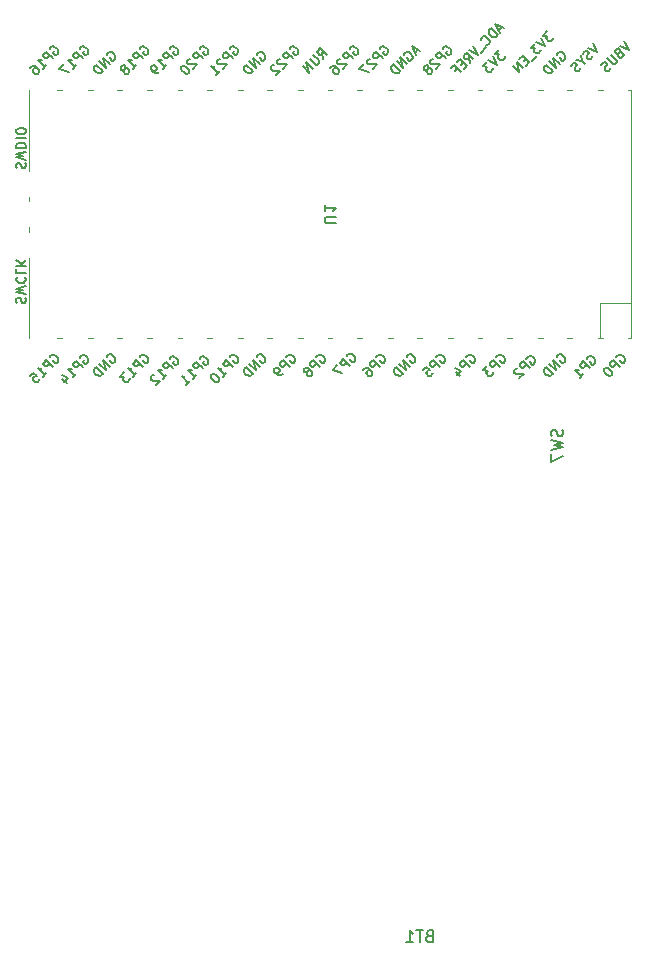
<source format=gbr>
%TF.GenerationSoftware,KiCad,Pcbnew,(5.1.10-1-10_14)*%
%TF.CreationDate,2021-08-15T20:20:53+09:00*%
%TF.ProjectId,gamejoy,67616d65-6a6f-4792-9e6b-696361645f70,rev?*%
%TF.SameCoordinates,Original*%
%TF.FileFunction,Legend,Bot*%
%TF.FilePolarity,Positive*%
%FSLAX46Y46*%
G04 Gerber Fmt 4.6, Leading zero omitted, Abs format (unit mm)*
G04 Created by KiCad (PCBNEW (5.1.10-1-10_14)) date 2021-08-15 20:20:53*
%MOMM*%
%LPD*%
G01*
G04 APERTURE LIST*
%ADD10C,0.120000*%
%ADD11C,0.150000*%
G04 APERTURE END LIST*
D10*
%TO.C,U1*%
X132180000Y-85430000D02*
X132180000Y-64430000D01*
X81180000Y-78630000D02*
X81180000Y-85430000D01*
X129513000Y-85430000D02*
X129513000Y-82423000D01*
X129513000Y-82423000D02*
X132180000Y-82423000D01*
X132180000Y-85430000D02*
X131880000Y-85430000D01*
X129780000Y-85430000D02*
X129380000Y-85430000D01*
X127180000Y-85430000D02*
X126780000Y-85430000D01*
X124680000Y-85430000D02*
X124280000Y-85430000D01*
X122080000Y-85430000D02*
X121680000Y-85430000D01*
X119580000Y-85430000D02*
X119180000Y-85430000D01*
X117080000Y-85430000D02*
X116680000Y-85430000D01*
X114480000Y-85430000D02*
X114080000Y-85430000D01*
X111980000Y-85430000D02*
X111580000Y-85430000D01*
X109380000Y-85430000D02*
X108980000Y-85430000D01*
X106880000Y-85430000D02*
X106480000Y-85430000D01*
X104380000Y-85430000D02*
X103980000Y-85430000D01*
X101780000Y-85430000D02*
X101380000Y-85430000D01*
X99280000Y-85430000D02*
X98880000Y-85430000D01*
X96680000Y-85430000D02*
X96280000Y-85430000D01*
X94180000Y-85430000D02*
X93780000Y-85430000D01*
X91580000Y-85430000D02*
X91180000Y-85430000D01*
X89080000Y-85430000D02*
X88680000Y-85430000D01*
X86580000Y-85430000D02*
X86180000Y-85430000D01*
X83980000Y-85430000D02*
X83580000Y-85430000D01*
X117080000Y-64430000D02*
X116680000Y-64430000D01*
X111980000Y-64430000D02*
X111580000Y-64430000D01*
X104380000Y-64430000D02*
X103980000Y-64430000D01*
X96680000Y-64430000D02*
X96280000Y-64430000D01*
X127180000Y-64430000D02*
X126780000Y-64430000D01*
X129780000Y-64430000D02*
X129380000Y-64430000D01*
X122080000Y-64430000D02*
X121680000Y-64430000D01*
X89080000Y-64430000D02*
X88680000Y-64430000D01*
X83980000Y-64430000D02*
X83580000Y-64430000D01*
X86580000Y-64430000D02*
X86180000Y-64430000D01*
X101780000Y-64430000D02*
X101380000Y-64430000D01*
X106880000Y-64430000D02*
X106480000Y-64430000D01*
X119580000Y-64430000D02*
X119180000Y-64430000D01*
X114480000Y-64430000D02*
X114080000Y-64430000D01*
X94180000Y-64430000D02*
X93780000Y-64430000D01*
X109380000Y-64430000D02*
X108980000Y-64430000D01*
X132180000Y-64430000D02*
X131880000Y-64430000D01*
X124680000Y-64430000D02*
X124280000Y-64430000D01*
X99280000Y-64430000D02*
X98880000Y-64430000D01*
X91580000Y-64430000D02*
X91180000Y-64430000D01*
X81180000Y-64430000D02*
X81180000Y-71230000D01*
X81180000Y-76430000D02*
X81180000Y-76030000D01*
X81180000Y-73830000D02*
X81180000Y-73430000D01*
%TO.C,BT1*%
D11*
X115085714Y-136028571D02*
X114942857Y-136076190D01*
X114895238Y-136123809D01*
X114847619Y-136219047D01*
X114847619Y-136361904D01*
X114895238Y-136457142D01*
X114942857Y-136504761D01*
X115038095Y-136552380D01*
X115419047Y-136552380D01*
X115419047Y-135552380D01*
X115085714Y-135552380D01*
X114990476Y-135600000D01*
X114942857Y-135647619D01*
X114895238Y-135742857D01*
X114895238Y-135838095D01*
X114942857Y-135933333D01*
X114990476Y-135980952D01*
X115085714Y-136028571D01*
X115419047Y-136028571D01*
X114561904Y-135552380D02*
X113990476Y-135552380D01*
X114276190Y-136552380D02*
X114276190Y-135552380D01*
X113133333Y-136552380D02*
X113704761Y-136552380D01*
X113419047Y-136552380D02*
X113419047Y-135552380D01*
X113514285Y-135695238D01*
X113609523Y-135790476D01*
X113704761Y-135838095D01*
%TO.C,SW7*%
X126344761Y-93151666D02*
X126392380Y-93294523D01*
X126392380Y-93532619D01*
X126344761Y-93627857D01*
X126297142Y-93675476D01*
X126201904Y-93723095D01*
X126106666Y-93723095D01*
X126011428Y-93675476D01*
X125963809Y-93627857D01*
X125916190Y-93532619D01*
X125868571Y-93342142D01*
X125820952Y-93246904D01*
X125773333Y-93199285D01*
X125678095Y-93151666D01*
X125582857Y-93151666D01*
X125487619Y-93199285D01*
X125440000Y-93246904D01*
X125392380Y-93342142D01*
X125392380Y-93580238D01*
X125440000Y-93723095D01*
X125392380Y-94056428D02*
X126392380Y-94294523D01*
X125678095Y-94485000D01*
X126392380Y-94675476D01*
X125392380Y-94913571D01*
X125392380Y-95199285D02*
X125392380Y-95865952D01*
X126392380Y-95437380D01*
%TO.C,U1*%
X107227619Y-75691904D02*
X106418095Y-75691904D01*
X106322857Y-75644285D01*
X106275238Y-75596666D01*
X106227619Y-75501428D01*
X106227619Y-75310952D01*
X106275238Y-75215714D01*
X106322857Y-75168095D01*
X106418095Y-75120476D01*
X107227619Y-75120476D01*
X106227619Y-74120476D02*
X106227619Y-74691904D01*
X106227619Y-74406190D02*
X107227619Y-74406190D01*
X107084761Y-74501428D01*
X106989523Y-74596666D01*
X106941904Y-74691904D01*
X128401218Y-87143096D02*
X128428155Y-87062284D01*
X128508967Y-86981471D01*
X128616717Y-86927597D01*
X128724467Y-86927597D01*
X128805279Y-86954534D01*
X128939966Y-87035346D01*
X129020778Y-87116158D01*
X129101590Y-87250845D01*
X129128528Y-87331658D01*
X129128528Y-87439407D01*
X129074653Y-87547157D01*
X129020778Y-87601032D01*
X128913028Y-87654906D01*
X128859154Y-87654906D01*
X128670592Y-87466345D01*
X128778341Y-87358595D01*
X128670592Y-87951218D02*
X128104906Y-87385532D01*
X127889407Y-87601032D01*
X127862470Y-87681844D01*
X127862470Y-87735719D01*
X127889407Y-87816531D01*
X127970219Y-87897343D01*
X128051032Y-87924280D01*
X128104906Y-87924280D01*
X128185719Y-87897343D01*
X128401218Y-87681844D01*
X127808595Y-88813215D02*
X128131844Y-88489966D01*
X127970219Y-88651590D02*
X127404534Y-88085905D01*
X127539221Y-88112842D01*
X127646971Y-88112842D01*
X127727783Y-88085905D01*
X123311218Y-87143096D02*
X123338155Y-87062284D01*
X123418967Y-86981471D01*
X123526717Y-86927597D01*
X123634467Y-86927597D01*
X123715279Y-86954534D01*
X123849966Y-87035346D01*
X123930778Y-87116158D01*
X124011590Y-87250845D01*
X124038528Y-87331658D01*
X124038528Y-87439407D01*
X123984653Y-87547157D01*
X123930778Y-87601032D01*
X123823028Y-87654906D01*
X123769154Y-87654906D01*
X123580592Y-87466345D01*
X123688341Y-87358595D01*
X123580592Y-87951218D02*
X123014906Y-87385532D01*
X122799407Y-87601032D01*
X122772470Y-87681844D01*
X122772470Y-87735719D01*
X122799407Y-87816531D01*
X122880219Y-87897343D01*
X122961032Y-87924280D01*
X123014906Y-87924280D01*
X123095719Y-87897343D01*
X123311218Y-87681844D01*
X122530033Y-87978155D02*
X122476158Y-87978155D01*
X122395346Y-88005093D01*
X122260659Y-88139780D01*
X122233722Y-88220592D01*
X122233722Y-88274467D01*
X122260659Y-88355279D01*
X122314534Y-88409154D01*
X122422284Y-88463028D01*
X123068781Y-88463028D01*
X122718595Y-88813215D01*
X130931218Y-87043096D02*
X130958155Y-86962284D01*
X131038967Y-86881471D01*
X131146717Y-86827597D01*
X131254467Y-86827597D01*
X131335279Y-86854534D01*
X131469966Y-86935346D01*
X131550778Y-87016158D01*
X131631590Y-87150845D01*
X131658528Y-87231658D01*
X131658528Y-87339407D01*
X131604653Y-87447157D01*
X131550778Y-87501032D01*
X131443028Y-87554906D01*
X131389154Y-87554906D01*
X131200592Y-87366345D01*
X131308341Y-87258595D01*
X131200592Y-87851218D02*
X130634906Y-87285532D01*
X130419407Y-87501032D01*
X130392470Y-87581844D01*
X130392470Y-87635719D01*
X130419407Y-87716531D01*
X130500219Y-87797343D01*
X130581032Y-87824280D01*
X130634906Y-87824280D01*
X130715719Y-87797343D01*
X130931218Y-87581844D01*
X129961471Y-87958967D02*
X129907597Y-88012842D01*
X129880659Y-88093654D01*
X129880659Y-88147529D01*
X129907597Y-88228341D01*
X129988409Y-88363028D01*
X130123096Y-88497715D01*
X130257783Y-88578528D01*
X130338595Y-88605465D01*
X130392470Y-88605465D01*
X130473282Y-88578528D01*
X130527157Y-88524653D01*
X130554094Y-88443841D01*
X130554094Y-88389966D01*
X130527157Y-88309154D01*
X130446345Y-88174467D01*
X130311658Y-88039780D01*
X130176971Y-87958967D01*
X130096158Y-87932030D01*
X130042284Y-87932030D01*
X129961471Y-87958967D01*
X120771218Y-87043096D02*
X120798155Y-86962284D01*
X120878967Y-86881471D01*
X120986717Y-86827597D01*
X121094467Y-86827597D01*
X121175279Y-86854534D01*
X121309966Y-86935346D01*
X121390778Y-87016158D01*
X121471590Y-87150845D01*
X121498528Y-87231658D01*
X121498528Y-87339407D01*
X121444653Y-87447157D01*
X121390778Y-87501032D01*
X121283028Y-87554906D01*
X121229154Y-87554906D01*
X121040592Y-87366345D01*
X121148341Y-87258595D01*
X121040592Y-87851218D02*
X120474906Y-87285532D01*
X120259407Y-87501032D01*
X120232470Y-87581844D01*
X120232470Y-87635719D01*
X120259407Y-87716531D01*
X120340219Y-87797343D01*
X120421032Y-87824280D01*
X120474906Y-87824280D01*
X120555719Y-87797343D01*
X120771218Y-87581844D01*
X119963096Y-87797343D02*
X119612910Y-88147529D01*
X120016971Y-88174467D01*
X119936158Y-88255279D01*
X119909221Y-88336091D01*
X119909221Y-88389966D01*
X119936158Y-88470778D01*
X120070845Y-88605465D01*
X120151658Y-88632402D01*
X120205532Y-88632402D01*
X120286345Y-88605465D01*
X120447969Y-88443841D01*
X120474906Y-88363028D01*
X120474906Y-88309154D01*
X118231218Y-87043096D02*
X118258155Y-86962284D01*
X118338967Y-86881471D01*
X118446717Y-86827597D01*
X118554467Y-86827597D01*
X118635279Y-86854534D01*
X118769966Y-86935346D01*
X118850778Y-87016158D01*
X118931590Y-87150845D01*
X118958528Y-87231658D01*
X118958528Y-87339407D01*
X118904653Y-87447157D01*
X118850778Y-87501032D01*
X118743028Y-87554906D01*
X118689154Y-87554906D01*
X118500592Y-87366345D01*
X118608341Y-87258595D01*
X118500592Y-87851218D02*
X117934906Y-87285532D01*
X117719407Y-87501032D01*
X117692470Y-87581844D01*
X117692470Y-87635719D01*
X117719407Y-87716531D01*
X117800219Y-87797343D01*
X117881032Y-87824280D01*
X117934906Y-87824280D01*
X118015719Y-87797343D01*
X118231218Y-87581844D01*
X117315346Y-88282216D02*
X117692470Y-88659340D01*
X117234534Y-87932030D02*
X117773282Y-88201404D01*
X117423096Y-88551590D01*
X115691218Y-87043096D02*
X115718155Y-86962284D01*
X115798967Y-86881471D01*
X115906717Y-86827597D01*
X116014467Y-86827597D01*
X116095279Y-86854534D01*
X116229966Y-86935346D01*
X116310778Y-87016158D01*
X116391590Y-87150845D01*
X116418528Y-87231658D01*
X116418528Y-87339407D01*
X116364653Y-87447157D01*
X116310778Y-87501032D01*
X116203028Y-87554906D01*
X116149154Y-87554906D01*
X115960592Y-87366345D01*
X116068341Y-87258595D01*
X115960592Y-87851218D02*
X115394906Y-87285532D01*
X115179407Y-87501032D01*
X115152470Y-87581844D01*
X115152470Y-87635719D01*
X115179407Y-87716531D01*
X115260219Y-87797343D01*
X115341032Y-87824280D01*
X115394906Y-87824280D01*
X115475719Y-87797343D01*
X115691218Y-87581844D01*
X114559847Y-88120592D02*
X114829221Y-87851218D01*
X115125532Y-88093654D01*
X115071658Y-88093654D01*
X114990845Y-88120592D01*
X114856158Y-88255279D01*
X114829221Y-88336091D01*
X114829221Y-88389966D01*
X114856158Y-88470778D01*
X114990845Y-88605465D01*
X115071658Y-88632402D01*
X115125532Y-88632402D01*
X115206345Y-88605465D01*
X115341032Y-88470778D01*
X115367969Y-88389966D01*
X115367969Y-88336091D01*
X110611218Y-87043096D02*
X110638155Y-86962284D01*
X110718967Y-86881471D01*
X110826717Y-86827597D01*
X110934467Y-86827597D01*
X111015279Y-86854534D01*
X111149966Y-86935346D01*
X111230778Y-87016158D01*
X111311590Y-87150845D01*
X111338528Y-87231658D01*
X111338528Y-87339407D01*
X111284653Y-87447157D01*
X111230778Y-87501032D01*
X111123028Y-87554906D01*
X111069154Y-87554906D01*
X110880592Y-87366345D01*
X110988341Y-87258595D01*
X110880592Y-87851218D02*
X110314906Y-87285532D01*
X110099407Y-87501032D01*
X110072470Y-87581844D01*
X110072470Y-87635719D01*
X110099407Y-87716531D01*
X110180219Y-87797343D01*
X110261032Y-87824280D01*
X110314906Y-87824280D01*
X110395719Y-87797343D01*
X110611218Y-87581844D01*
X109506784Y-88093654D02*
X109614534Y-87985905D01*
X109695346Y-87958967D01*
X109749221Y-87958967D01*
X109883908Y-87985905D01*
X110018595Y-88066717D01*
X110234094Y-88282216D01*
X110261032Y-88363028D01*
X110261032Y-88416903D01*
X110234094Y-88497715D01*
X110126345Y-88605465D01*
X110045532Y-88632402D01*
X109991658Y-88632402D01*
X109910845Y-88605465D01*
X109776158Y-88470778D01*
X109749221Y-88389966D01*
X109749221Y-88336091D01*
X109776158Y-88255279D01*
X109883908Y-88147529D01*
X109964720Y-88120592D01*
X110018595Y-88120592D01*
X110099407Y-88147529D01*
X108101218Y-86943096D02*
X108128155Y-86862284D01*
X108208967Y-86781471D01*
X108316717Y-86727597D01*
X108424467Y-86727597D01*
X108505279Y-86754534D01*
X108639966Y-86835346D01*
X108720778Y-86916158D01*
X108801590Y-87050845D01*
X108828528Y-87131658D01*
X108828528Y-87239407D01*
X108774653Y-87347157D01*
X108720778Y-87401032D01*
X108613028Y-87454906D01*
X108559154Y-87454906D01*
X108370592Y-87266345D01*
X108478341Y-87158595D01*
X108370592Y-87751218D02*
X107804906Y-87185532D01*
X107589407Y-87401032D01*
X107562470Y-87481844D01*
X107562470Y-87535719D01*
X107589407Y-87616531D01*
X107670219Y-87697343D01*
X107751032Y-87724280D01*
X107804906Y-87724280D01*
X107885719Y-87697343D01*
X108101218Y-87481844D01*
X107293096Y-87697343D02*
X106915972Y-88074467D01*
X107724094Y-88397715D01*
X105531218Y-87043096D02*
X105558155Y-86962284D01*
X105638967Y-86881471D01*
X105746717Y-86827597D01*
X105854467Y-86827597D01*
X105935279Y-86854534D01*
X106069966Y-86935346D01*
X106150778Y-87016158D01*
X106231590Y-87150845D01*
X106258528Y-87231658D01*
X106258528Y-87339407D01*
X106204653Y-87447157D01*
X106150778Y-87501032D01*
X106043028Y-87554906D01*
X105989154Y-87554906D01*
X105800592Y-87366345D01*
X105908341Y-87258595D01*
X105800592Y-87851218D02*
X105234906Y-87285532D01*
X105019407Y-87501032D01*
X104992470Y-87581844D01*
X104992470Y-87635719D01*
X105019407Y-87716531D01*
X105100219Y-87797343D01*
X105181032Y-87824280D01*
X105234906Y-87824280D01*
X105315719Y-87797343D01*
X105531218Y-87581844D01*
X104830845Y-88174467D02*
X104857783Y-88093654D01*
X104857783Y-88039780D01*
X104830845Y-87958967D01*
X104803908Y-87932030D01*
X104723096Y-87905093D01*
X104669221Y-87905093D01*
X104588409Y-87932030D01*
X104480659Y-88039780D01*
X104453722Y-88120592D01*
X104453722Y-88174467D01*
X104480659Y-88255279D01*
X104507597Y-88282216D01*
X104588409Y-88309154D01*
X104642284Y-88309154D01*
X104723096Y-88282216D01*
X104830845Y-88174467D01*
X104911658Y-88147529D01*
X104965532Y-88147529D01*
X105046345Y-88174467D01*
X105154094Y-88282216D01*
X105181032Y-88363028D01*
X105181032Y-88416903D01*
X105154094Y-88497715D01*
X105046345Y-88605465D01*
X104965532Y-88632402D01*
X104911658Y-88632402D01*
X104830845Y-88605465D01*
X104723096Y-88497715D01*
X104696158Y-88416903D01*
X104696158Y-88363028D01*
X104723096Y-88282216D01*
X102991218Y-87043096D02*
X103018155Y-86962284D01*
X103098967Y-86881471D01*
X103206717Y-86827597D01*
X103314467Y-86827597D01*
X103395279Y-86854534D01*
X103529966Y-86935346D01*
X103610778Y-87016158D01*
X103691590Y-87150845D01*
X103718528Y-87231658D01*
X103718528Y-87339407D01*
X103664653Y-87447157D01*
X103610778Y-87501032D01*
X103503028Y-87554906D01*
X103449154Y-87554906D01*
X103260592Y-87366345D01*
X103368341Y-87258595D01*
X103260592Y-87851218D02*
X102694906Y-87285532D01*
X102479407Y-87501032D01*
X102452470Y-87581844D01*
X102452470Y-87635719D01*
X102479407Y-87716531D01*
X102560219Y-87797343D01*
X102641032Y-87824280D01*
X102694906Y-87824280D01*
X102775719Y-87797343D01*
X102991218Y-87581844D01*
X102667969Y-88443841D02*
X102560219Y-88551590D01*
X102479407Y-88578528D01*
X102425532Y-88578528D01*
X102290845Y-88551590D01*
X102156158Y-88470778D01*
X101940659Y-88255279D01*
X101913722Y-88174467D01*
X101913722Y-88120592D01*
X101940659Y-88039780D01*
X102048409Y-87932030D01*
X102129221Y-87905093D01*
X102183096Y-87905093D01*
X102263908Y-87932030D01*
X102398595Y-88066717D01*
X102425532Y-88147529D01*
X102425532Y-88201404D01*
X102398595Y-88282216D01*
X102290845Y-88389966D01*
X102210033Y-88416903D01*
X102156158Y-88416903D01*
X102075346Y-88389966D01*
X98180592Y-87027722D02*
X98207529Y-86946910D01*
X98288341Y-86866097D01*
X98396091Y-86812223D01*
X98503841Y-86812223D01*
X98584653Y-86839160D01*
X98719340Y-86919972D01*
X98800152Y-87000784D01*
X98880964Y-87135471D01*
X98907902Y-87216284D01*
X98907902Y-87324033D01*
X98854027Y-87431783D01*
X98800152Y-87485658D01*
X98692402Y-87539532D01*
X98638528Y-87539532D01*
X98449966Y-87350971D01*
X98557715Y-87243221D01*
X98449966Y-87835844D02*
X97884280Y-87270158D01*
X97668781Y-87485658D01*
X97641844Y-87566470D01*
X97641844Y-87620345D01*
X97668781Y-87701157D01*
X97749593Y-87781969D01*
X97830406Y-87808906D01*
X97884280Y-87808906D01*
X97965093Y-87781969D01*
X98180592Y-87566470D01*
X97587969Y-88697841D02*
X97911218Y-88374592D01*
X97749593Y-88536216D02*
X97183908Y-87970531D01*
X97318595Y-87997468D01*
X97426345Y-87997468D01*
X97507157Y-87970531D01*
X96672097Y-88482341D02*
X96618223Y-88536216D01*
X96591285Y-88617028D01*
X96591285Y-88670903D01*
X96618223Y-88751715D01*
X96699035Y-88886402D01*
X96833722Y-89021089D01*
X96968409Y-89101902D01*
X97049221Y-89128839D01*
X97103096Y-89128839D01*
X97183908Y-89101902D01*
X97237783Y-89048027D01*
X97264720Y-88967215D01*
X97264720Y-88913340D01*
X97237783Y-88832528D01*
X97156971Y-88697841D01*
X97022284Y-88563154D01*
X96887597Y-88482341D01*
X96806784Y-88455404D01*
X96752910Y-88455404D01*
X96672097Y-88482341D01*
X95640592Y-87173722D02*
X95667529Y-87092910D01*
X95748341Y-87012097D01*
X95856091Y-86958223D01*
X95963841Y-86958223D01*
X96044653Y-86985160D01*
X96179340Y-87065972D01*
X96260152Y-87146784D01*
X96340964Y-87281471D01*
X96367902Y-87362284D01*
X96367902Y-87470033D01*
X96314027Y-87577783D01*
X96260152Y-87631658D01*
X96152402Y-87685532D01*
X96098528Y-87685532D01*
X95909966Y-87496971D01*
X96017715Y-87389221D01*
X95909966Y-87981844D02*
X95344280Y-87416158D01*
X95128781Y-87631658D01*
X95101844Y-87712470D01*
X95101844Y-87766345D01*
X95128781Y-87847157D01*
X95209593Y-87927969D01*
X95290406Y-87954906D01*
X95344280Y-87954906D01*
X95425093Y-87927969D01*
X95640592Y-87712470D01*
X95047969Y-88843841D02*
X95371218Y-88520592D01*
X95209593Y-88682216D02*
X94643908Y-88116531D01*
X94778595Y-88143468D01*
X94886345Y-88143468D01*
X94967157Y-88116531D01*
X94509221Y-89382589D02*
X94832470Y-89059340D01*
X94670845Y-89220964D02*
X94105160Y-88655279D01*
X94239847Y-88682216D01*
X94347597Y-88682216D01*
X94428409Y-88655279D01*
X93100592Y-87173722D02*
X93127529Y-87092910D01*
X93208341Y-87012097D01*
X93316091Y-86958223D01*
X93423841Y-86958223D01*
X93504653Y-86985160D01*
X93639340Y-87065972D01*
X93720152Y-87146784D01*
X93800964Y-87281471D01*
X93827902Y-87362284D01*
X93827902Y-87470033D01*
X93774027Y-87577783D01*
X93720152Y-87631658D01*
X93612402Y-87685532D01*
X93558528Y-87685532D01*
X93369966Y-87496971D01*
X93477715Y-87389221D01*
X93369966Y-87981844D02*
X92804280Y-87416158D01*
X92588781Y-87631658D01*
X92561844Y-87712470D01*
X92561844Y-87766345D01*
X92588781Y-87847157D01*
X92669593Y-87927969D01*
X92750406Y-87954906D01*
X92804280Y-87954906D01*
X92885093Y-87927969D01*
X93100592Y-87712470D01*
X92507969Y-88843841D02*
X92831218Y-88520592D01*
X92669593Y-88682216D02*
X92103908Y-88116531D01*
X92238595Y-88143468D01*
X92346345Y-88143468D01*
X92427157Y-88116531D01*
X91780659Y-88547529D02*
X91726784Y-88547529D01*
X91645972Y-88574467D01*
X91511285Y-88709154D01*
X91484348Y-88789966D01*
X91484348Y-88843841D01*
X91511285Y-88924653D01*
X91565160Y-88978528D01*
X91672910Y-89032402D01*
X92319407Y-89032402D01*
X91969221Y-89382589D01*
X90560592Y-87027722D02*
X90587529Y-86946910D01*
X90668341Y-86866097D01*
X90776091Y-86812223D01*
X90883841Y-86812223D01*
X90964653Y-86839160D01*
X91099340Y-86919972D01*
X91180152Y-87000784D01*
X91260964Y-87135471D01*
X91287902Y-87216284D01*
X91287902Y-87324033D01*
X91234027Y-87431783D01*
X91180152Y-87485658D01*
X91072402Y-87539532D01*
X91018528Y-87539532D01*
X90829966Y-87350971D01*
X90937715Y-87243221D01*
X90829966Y-87835844D02*
X90264280Y-87270158D01*
X90048781Y-87485658D01*
X90021844Y-87566470D01*
X90021844Y-87620345D01*
X90048781Y-87701157D01*
X90129593Y-87781969D01*
X90210406Y-87808906D01*
X90264280Y-87808906D01*
X90345093Y-87781969D01*
X90560592Y-87566470D01*
X89967969Y-88697841D02*
X90291218Y-88374592D01*
X90129593Y-88536216D02*
X89563908Y-87970531D01*
X89698595Y-87997468D01*
X89806345Y-87997468D01*
X89887157Y-87970531D01*
X89213722Y-88320717D02*
X88863536Y-88670903D01*
X89267597Y-88697841D01*
X89186784Y-88778653D01*
X89159847Y-88859465D01*
X89159847Y-88913340D01*
X89186784Y-88994152D01*
X89321471Y-89128839D01*
X89402284Y-89155776D01*
X89456158Y-89155776D01*
X89536971Y-89128839D01*
X89698595Y-88967215D01*
X89725532Y-88886402D01*
X89725532Y-88832528D01*
X85480592Y-87073722D02*
X85507529Y-86992910D01*
X85588341Y-86912097D01*
X85696091Y-86858223D01*
X85803841Y-86858223D01*
X85884653Y-86885160D01*
X86019340Y-86965972D01*
X86100152Y-87046784D01*
X86180964Y-87181471D01*
X86207902Y-87262284D01*
X86207902Y-87370033D01*
X86154027Y-87477783D01*
X86100152Y-87531658D01*
X85992402Y-87585532D01*
X85938528Y-87585532D01*
X85749966Y-87396971D01*
X85857715Y-87289221D01*
X85749966Y-87881844D02*
X85184280Y-87316158D01*
X84968781Y-87531658D01*
X84941844Y-87612470D01*
X84941844Y-87666345D01*
X84968781Y-87747157D01*
X85049593Y-87827969D01*
X85130406Y-87854906D01*
X85184280Y-87854906D01*
X85265093Y-87827969D01*
X85480592Y-87612470D01*
X84887969Y-88743841D02*
X85211218Y-88420592D01*
X85049593Y-88582216D02*
X84483908Y-88016531D01*
X84618595Y-88043468D01*
X84726345Y-88043468D01*
X84807157Y-88016531D01*
X84025972Y-88851590D02*
X84403096Y-89228714D01*
X83945160Y-88501404D02*
X84483908Y-88770778D01*
X84133722Y-89120964D01*
X82940592Y-87027722D02*
X82967529Y-86946910D01*
X83048341Y-86866097D01*
X83156091Y-86812223D01*
X83263841Y-86812223D01*
X83344653Y-86839160D01*
X83479340Y-86919972D01*
X83560152Y-87000784D01*
X83640964Y-87135471D01*
X83667902Y-87216284D01*
X83667902Y-87324033D01*
X83614027Y-87431783D01*
X83560152Y-87485658D01*
X83452402Y-87539532D01*
X83398528Y-87539532D01*
X83209966Y-87350971D01*
X83317715Y-87243221D01*
X83209966Y-87835844D02*
X82644280Y-87270158D01*
X82428781Y-87485658D01*
X82401844Y-87566470D01*
X82401844Y-87620345D01*
X82428781Y-87701157D01*
X82509593Y-87781969D01*
X82590406Y-87808906D01*
X82644280Y-87808906D01*
X82725093Y-87781969D01*
X82940592Y-87566470D01*
X82347969Y-88697841D02*
X82671218Y-88374592D01*
X82509593Y-88536216D02*
X81943908Y-87970531D01*
X82078595Y-87997468D01*
X82186345Y-87997468D01*
X82267157Y-87970531D01*
X81270473Y-88643966D02*
X81539847Y-88374592D01*
X81836158Y-88617028D01*
X81782284Y-88617028D01*
X81701471Y-88643966D01*
X81566784Y-88778653D01*
X81539847Y-88859465D01*
X81539847Y-88913340D01*
X81566784Y-88994152D01*
X81701471Y-89128839D01*
X81782284Y-89155776D01*
X81836158Y-89155776D01*
X81916971Y-89128839D01*
X82051658Y-88994152D01*
X82078595Y-88913340D01*
X82078595Y-88859465D01*
X82940592Y-60919722D02*
X82967529Y-60838910D01*
X83048341Y-60758097D01*
X83156091Y-60704223D01*
X83263841Y-60704223D01*
X83344653Y-60731160D01*
X83479340Y-60811972D01*
X83560152Y-60892784D01*
X83640964Y-61027471D01*
X83667902Y-61108284D01*
X83667902Y-61216033D01*
X83614027Y-61323783D01*
X83560152Y-61377658D01*
X83452402Y-61431532D01*
X83398528Y-61431532D01*
X83209966Y-61242971D01*
X83317715Y-61135221D01*
X83209966Y-61727844D02*
X82644280Y-61162158D01*
X82428781Y-61377658D01*
X82401844Y-61458470D01*
X82401844Y-61512345D01*
X82428781Y-61593157D01*
X82509593Y-61673969D01*
X82590406Y-61700906D01*
X82644280Y-61700906D01*
X82725093Y-61673969D01*
X82940592Y-61458470D01*
X82347969Y-62589841D02*
X82671218Y-62266592D01*
X82509593Y-62428216D02*
X81943908Y-61862531D01*
X82078595Y-61889468D01*
X82186345Y-61889468D01*
X82267157Y-61862531D01*
X81297410Y-62509028D02*
X81405160Y-62401279D01*
X81485972Y-62374341D01*
X81539847Y-62374341D01*
X81674534Y-62401279D01*
X81809221Y-62482091D01*
X82024720Y-62697590D01*
X82051658Y-62778402D01*
X82051658Y-62832277D01*
X82024720Y-62913089D01*
X81916971Y-63020839D01*
X81836158Y-63047776D01*
X81782284Y-63047776D01*
X81701471Y-63020839D01*
X81566784Y-62886152D01*
X81539847Y-62805340D01*
X81539847Y-62751465D01*
X81566784Y-62670653D01*
X81674534Y-62562903D01*
X81755346Y-62535966D01*
X81809221Y-62535966D01*
X81890033Y-62562903D01*
X85480592Y-60919722D02*
X85507529Y-60838910D01*
X85588341Y-60758097D01*
X85696091Y-60704223D01*
X85803841Y-60704223D01*
X85884653Y-60731160D01*
X86019340Y-60811972D01*
X86100152Y-60892784D01*
X86180964Y-61027471D01*
X86207902Y-61108284D01*
X86207902Y-61216033D01*
X86154027Y-61323783D01*
X86100152Y-61377658D01*
X85992402Y-61431532D01*
X85938528Y-61431532D01*
X85749966Y-61242971D01*
X85857715Y-61135221D01*
X85749966Y-61727844D02*
X85184280Y-61162158D01*
X84968781Y-61377658D01*
X84941844Y-61458470D01*
X84941844Y-61512345D01*
X84968781Y-61593157D01*
X85049593Y-61673969D01*
X85130406Y-61700906D01*
X85184280Y-61700906D01*
X85265093Y-61673969D01*
X85480592Y-61458470D01*
X84887969Y-62589841D02*
X85211218Y-62266592D01*
X85049593Y-62428216D02*
X84483908Y-61862531D01*
X84618595Y-61889468D01*
X84726345Y-61889468D01*
X84807157Y-61862531D01*
X84133722Y-62212717D02*
X83756598Y-62589841D01*
X84564720Y-62913089D01*
X90560592Y-60919722D02*
X90587529Y-60838910D01*
X90668341Y-60758097D01*
X90776091Y-60704223D01*
X90883841Y-60704223D01*
X90964653Y-60731160D01*
X91099340Y-60811972D01*
X91180152Y-60892784D01*
X91260964Y-61027471D01*
X91287902Y-61108284D01*
X91287902Y-61216033D01*
X91234027Y-61323783D01*
X91180152Y-61377658D01*
X91072402Y-61431532D01*
X91018528Y-61431532D01*
X90829966Y-61242971D01*
X90937715Y-61135221D01*
X90829966Y-61727844D02*
X90264280Y-61162158D01*
X90048781Y-61377658D01*
X90021844Y-61458470D01*
X90021844Y-61512345D01*
X90048781Y-61593157D01*
X90129593Y-61673969D01*
X90210406Y-61700906D01*
X90264280Y-61700906D01*
X90345093Y-61673969D01*
X90560592Y-61458470D01*
X89967969Y-62589841D02*
X90291218Y-62266592D01*
X90129593Y-62428216D02*
X89563908Y-61862531D01*
X89698595Y-61889468D01*
X89806345Y-61889468D01*
X89887157Y-61862531D01*
X89321471Y-62589841D02*
X89348409Y-62509028D01*
X89348409Y-62455154D01*
X89321471Y-62374341D01*
X89294534Y-62347404D01*
X89213722Y-62320467D01*
X89159847Y-62320467D01*
X89079035Y-62347404D01*
X88971285Y-62455154D01*
X88944348Y-62535966D01*
X88944348Y-62589841D01*
X88971285Y-62670653D01*
X88998223Y-62697590D01*
X89079035Y-62724528D01*
X89132910Y-62724528D01*
X89213722Y-62697590D01*
X89321471Y-62589841D01*
X89402284Y-62562903D01*
X89456158Y-62562903D01*
X89536971Y-62589841D01*
X89644720Y-62697590D01*
X89671658Y-62778402D01*
X89671658Y-62832277D01*
X89644720Y-62913089D01*
X89536971Y-63020839D01*
X89456158Y-63047776D01*
X89402284Y-63047776D01*
X89321471Y-63020839D01*
X89213722Y-62913089D01*
X89186784Y-62832277D01*
X89186784Y-62778402D01*
X89213722Y-62697590D01*
X93100592Y-60919722D02*
X93127529Y-60838910D01*
X93208341Y-60758097D01*
X93316091Y-60704223D01*
X93423841Y-60704223D01*
X93504653Y-60731160D01*
X93639340Y-60811972D01*
X93720152Y-60892784D01*
X93800964Y-61027471D01*
X93827902Y-61108284D01*
X93827902Y-61216033D01*
X93774027Y-61323783D01*
X93720152Y-61377658D01*
X93612402Y-61431532D01*
X93558528Y-61431532D01*
X93369966Y-61242971D01*
X93477715Y-61135221D01*
X93369966Y-61727844D02*
X92804280Y-61162158D01*
X92588781Y-61377658D01*
X92561844Y-61458470D01*
X92561844Y-61512345D01*
X92588781Y-61593157D01*
X92669593Y-61673969D01*
X92750406Y-61700906D01*
X92804280Y-61700906D01*
X92885093Y-61673969D01*
X93100592Y-61458470D01*
X92507969Y-62589841D02*
X92831218Y-62266592D01*
X92669593Y-62428216D02*
X92103908Y-61862531D01*
X92238595Y-61889468D01*
X92346345Y-61889468D01*
X92427157Y-61862531D01*
X92238595Y-62859215D02*
X92130845Y-62966964D01*
X92050033Y-62993902D01*
X91996158Y-62993902D01*
X91861471Y-62966964D01*
X91726784Y-62886152D01*
X91511285Y-62670653D01*
X91484348Y-62589841D01*
X91484348Y-62535966D01*
X91511285Y-62455154D01*
X91619035Y-62347404D01*
X91699847Y-62320467D01*
X91753722Y-62320467D01*
X91834534Y-62347404D01*
X91969221Y-62482091D01*
X91996158Y-62562903D01*
X91996158Y-62616778D01*
X91969221Y-62697590D01*
X91861471Y-62805340D01*
X91780659Y-62832277D01*
X91726784Y-62832277D01*
X91645972Y-62805340D01*
X95640592Y-60919722D02*
X95667529Y-60838910D01*
X95748341Y-60758097D01*
X95856091Y-60704223D01*
X95963841Y-60704223D01*
X96044653Y-60731160D01*
X96179340Y-60811972D01*
X96260152Y-60892784D01*
X96340964Y-61027471D01*
X96367902Y-61108284D01*
X96367902Y-61216033D01*
X96314027Y-61323783D01*
X96260152Y-61377658D01*
X96152402Y-61431532D01*
X96098528Y-61431532D01*
X95909966Y-61242971D01*
X96017715Y-61135221D01*
X95909966Y-61727844D02*
X95344280Y-61162158D01*
X95128781Y-61377658D01*
X95101844Y-61458470D01*
X95101844Y-61512345D01*
X95128781Y-61593157D01*
X95209593Y-61673969D01*
X95290406Y-61700906D01*
X95344280Y-61700906D01*
X95425093Y-61673969D01*
X95640592Y-61458470D01*
X94859407Y-61754781D02*
X94805532Y-61754781D01*
X94724720Y-61781719D01*
X94590033Y-61916406D01*
X94563096Y-61997218D01*
X94563096Y-62051093D01*
X94590033Y-62131905D01*
X94643908Y-62185780D01*
X94751658Y-62239654D01*
X95398155Y-62239654D01*
X95047969Y-62589841D01*
X94132097Y-62374341D02*
X94078223Y-62428216D01*
X94051285Y-62509028D01*
X94051285Y-62562903D01*
X94078223Y-62643715D01*
X94159035Y-62778402D01*
X94293722Y-62913089D01*
X94428409Y-62993902D01*
X94509221Y-63020839D01*
X94563096Y-63020839D01*
X94643908Y-62993902D01*
X94697783Y-62940027D01*
X94724720Y-62859215D01*
X94724720Y-62805340D01*
X94697783Y-62724528D01*
X94616971Y-62589841D01*
X94482284Y-62455154D01*
X94347597Y-62374341D01*
X94266784Y-62347404D01*
X94212910Y-62347404D01*
X94132097Y-62374341D01*
X98170592Y-60919722D02*
X98197529Y-60838910D01*
X98278341Y-60758097D01*
X98386091Y-60704223D01*
X98493841Y-60704223D01*
X98574653Y-60731160D01*
X98709340Y-60811972D01*
X98790152Y-60892784D01*
X98870964Y-61027471D01*
X98897902Y-61108284D01*
X98897902Y-61216033D01*
X98844027Y-61323783D01*
X98790152Y-61377658D01*
X98682402Y-61431532D01*
X98628528Y-61431532D01*
X98439966Y-61242971D01*
X98547715Y-61135221D01*
X98439966Y-61727844D02*
X97874280Y-61162158D01*
X97658781Y-61377658D01*
X97631844Y-61458470D01*
X97631844Y-61512345D01*
X97658781Y-61593157D01*
X97739593Y-61673969D01*
X97820406Y-61700906D01*
X97874280Y-61700906D01*
X97955093Y-61673969D01*
X98170592Y-61458470D01*
X97389407Y-61754781D02*
X97335532Y-61754781D01*
X97254720Y-61781719D01*
X97120033Y-61916406D01*
X97093096Y-61997218D01*
X97093096Y-62051093D01*
X97120033Y-62131905D01*
X97173908Y-62185780D01*
X97281658Y-62239654D01*
X97928155Y-62239654D01*
X97577969Y-62589841D01*
X97039221Y-63128589D02*
X97362470Y-62805340D01*
X97200845Y-62966964D02*
X96635160Y-62401279D01*
X96769847Y-62428216D01*
X96877597Y-62428216D01*
X96958409Y-62401279D01*
X103260592Y-60919722D02*
X103287529Y-60838910D01*
X103368341Y-60758097D01*
X103476091Y-60704223D01*
X103583841Y-60704223D01*
X103664653Y-60731160D01*
X103799340Y-60811972D01*
X103880152Y-60892784D01*
X103960964Y-61027471D01*
X103987902Y-61108284D01*
X103987902Y-61216033D01*
X103934027Y-61323783D01*
X103880152Y-61377658D01*
X103772402Y-61431532D01*
X103718528Y-61431532D01*
X103529966Y-61242971D01*
X103637715Y-61135221D01*
X103529966Y-61727844D02*
X102964280Y-61162158D01*
X102748781Y-61377658D01*
X102721844Y-61458470D01*
X102721844Y-61512345D01*
X102748781Y-61593157D01*
X102829593Y-61673969D01*
X102910406Y-61700906D01*
X102964280Y-61700906D01*
X103045093Y-61673969D01*
X103260592Y-61458470D01*
X102479407Y-61754781D02*
X102425532Y-61754781D01*
X102344720Y-61781719D01*
X102210033Y-61916406D01*
X102183096Y-61997218D01*
X102183096Y-62051093D01*
X102210033Y-62131905D01*
X102263908Y-62185780D01*
X102371658Y-62239654D01*
X103018155Y-62239654D01*
X102667969Y-62589841D01*
X101940659Y-62293529D02*
X101886784Y-62293529D01*
X101805972Y-62320467D01*
X101671285Y-62455154D01*
X101644348Y-62535966D01*
X101644348Y-62589841D01*
X101671285Y-62670653D01*
X101725160Y-62724528D01*
X101832910Y-62778402D01*
X102479407Y-62778402D01*
X102129221Y-63128589D01*
X106083435Y-61768375D02*
X106002622Y-61310439D01*
X106406683Y-61445126D02*
X105840998Y-60879441D01*
X105625499Y-61094940D01*
X105598561Y-61175752D01*
X105598561Y-61229627D01*
X105625499Y-61310439D01*
X105706311Y-61391251D01*
X105787123Y-61418189D01*
X105840998Y-61418189D01*
X105921810Y-61391251D01*
X106137309Y-61175752D01*
X105275312Y-61445126D02*
X105733248Y-61903062D01*
X105760186Y-61983874D01*
X105760186Y-62037749D01*
X105733248Y-62118561D01*
X105625499Y-62226311D01*
X105544687Y-62253248D01*
X105490812Y-62253248D01*
X105410000Y-62226311D01*
X104952064Y-61768375D01*
X105248375Y-62603435D02*
X104682690Y-62037749D01*
X104925126Y-62926683D01*
X104359441Y-62360998D01*
X108340592Y-60919722D02*
X108367529Y-60838910D01*
X108448341Y-60758097D01*
X108556091Y-60704223D01*
X108663841Y-60704223D01*
X108744653Y-60731160D01*
X108879340Y-60811972D01*
X108960152Y-60892784D01*
X109040964Y-61027471D01*
X109067902Y-61108284D01*
X109067902Y-61216033D01*
X109014027Y-61323783D01*
X108960152Y-61377658D01*
X108852402Y-61431532D01*
X108798528Y-61431532D01*
X108609966Y-61242971D01*
X108717715Y-61135221D01*
X108609966Y-61727844D02*
X108044280Y-61162158D01*
X107828781Y-61377658D01*
X107801844Y-61458470D01*
X107801844Y-61512345D01*
X107828781Y-61593157D01*
X107909593Y-61673969D01*
X107990406Y-61700906D01*
X108044280Y-61700906D01*
X108125093Y-61673969D01*
X108340592Y-61458470D01*
X107559407Y-61754781D02*
X107505532Y-61754781D01*
X107424720Y-61781719D01*
X107290033Y-61916406D01*
X107263096Y-61997218D01*
X107263096Y-62051093D01*
X107290033Y-62131905D01*
X107343908Y-62185780D01*
X107451658Y-62239654D01*
X108098155Y-62239654D01*
X107747969Y-62589841D01*
X106697410Y-62509028D02*
X106805160Y-62401279D01*
X106885972Y-62374341D01*
X106939847Y-62374341D01*
X107074534Y-62401279D01*
X107209221Y-62482091D01*
X107424720Y-62697590D01*
X107451658Y-62778402D01*
X107451658Y-62832277D01*
X107424720Y-62913089D01*
X107316971Y-63020839D01*
X107236158Y-63047776D01*
X107182284Y-63047776D01*
X107101471Y-63020839D01*
X106966784Y-62886152D01*
X106939847Y-62805340D01*
X106939847Y-62751465D01*
X106966784Y-62670653D01*
X107074534Y-62562903D01*
X107155346Y-62535966D01*
X107209221Y-62535966D01*
X107290033Y-62562903D01*
X110870592Y-60919722D02*
X110897529Y-60838910D01*
X110978341Y-60758097D01*
X111086091Y-60704223D01*
X111193841Y-60704223D01*
X111274653Y-60731160D01*
X111409340Y-60811972D01*
X111490152Y-60892784D01*
X111570964Y-61027471D01*
X111597902Y-61108284D01*
X111597902Y-61216033D01*
X111544027Y-61323783D01*
X111490152Y-61377658D01*
X111382402Y-61431532D01*
X111328528Y-61431532D01*
X111139966Y-61242971D01*
X111247715Y-61135221D01*
X111139966Y-61727844D02*
X110574280Y-61162158D01*
X110358781Y-61377658D01*
X110331844Y-61458470D01*
X110331844Y-61512345D01*
X110358781Y-61593157D01*
X110439593Y-61673969D01*
X110520406Y-61700906D01*
X110574280Y-61700906D01*
X110655093Y-61673969D01*
X110870592Y-61458470D01*
X110089407Y-61754781D02*
X110035532Y-61754781D01*
X109954720Y-61781719D01*
X109820033Y-61916406D01*
X109793096Y-61997218D01*
X109793096Y-62051093D01*
X109820033Y-62131905D01*
X109873908Y-62185780D01*
X109981658Y-62239654D01*
X110628155Y-62239654D01*
X110277969Y-62589841D01*
X109523722Y-62212717D02*
X109146598Y-62589841D01*
X109954720Y-62913089D01*
X116214592Y-60919722D02*
X116241529Y-60838910D01*
X116322341Y-60758097D01*
X116430091Y-60704223D01*
X116537841Y-60704223D01*
X116618653Y-60731160D01*
X116753340Y-60811972D01*
X116834152Y-60892784D01*
X116914964Y-61027471D01*
X116941902Y-61108284D01*
X116941902Y-61216033D01*
X116888027Y-61323783D01*
X116834152Y-61377658D01*
X116726402Y-61431532D01*
X116672528Y-61431532D01*
X116483966Y-61242971D01*
X116591715Y-61135221D01*
X116483966Y-61727844D02*
X115918280Y-61162158D01*
X115702781Y-61377658D01*
X115675844Y-61458470D01*
X115675844Y-61512345D01*
X115702781Y-61593157D01*
X115783593Y-61673969D01*
X115864406Y-61700906D01*
X115918280Y-61700906D01*
X115999093Y-61673969D01*
X116214592Y-61458470D01*
X115433407Y-61754781D02*
X115379532Y-61754781D01*
X115298720Y-61781719D01*
X115164033Y-61916406D01*
X115137096Y-61997218D01*
X115137096Y-62051093D01*
X115164033Y-62131905D01*
X115217908Y-62185780D01*
X115325658Y-62239654D01*
X115972155Y-62239654D01*
X115621969Y-62589841D01*
X114975471Y-62589841D02*
X115002409Y-62509028D01*
X115002409Y-62455154D01*
X114975471Y-62374341D01*
X114948534Y-62347404D01*
X114867722Y-62320467D01*
X114813847Y-62320467D01*
X114733035Y-62347404D01*
X114625285Y-62455154D01*
X114598348Y-62535966D01*
X114598348Y-62589841D01*
X114625285Y-62670653D01*
X114652223Y-62697590D01*
X114733035Y-62724528D01*
X114786910Y-62724528D01*
X114867722Y-62697590D01*
X114975471Y-62589841D01*
X115056284Y-62562903D01*
X115110158Y-62562903D01*
X115190971Y-62589841D01*
X115298720Y-62697590D01*
X115325658Y-62778402D01*
X115325658Y-62832277D01*
X115298720Y-62913089D01*
X115190971Y-63020839D01*
X115110158Y-63047776D01*
X115056284Y-63047776D01*
X114975471Y-63020839D01*
X114867722Y-62913089D01*
X114840784Y-62832277D01*
X114840784Y-62778402D01*
X114867722Y-62697590D01*
X121213773Y-59084788D02*
X120944399Y-59354162D01*
X121429272Y-59192537D02*
X120675025Y-58815414D01*
X121052149Y-59569661D01*
X120863587Y-59758223D02*
X120297902Y-59192537D01*
X120163215Y-59327224D01*
X120109340Y-59434974D01*
X120109340Y-59542723D01*
X120136277Y-59623536D01*
X120217089Y-59758223D01*
X120297902Y-59839035D01*
X120432589Y-59919847D01*
X120513401Y-59946784D01*
X120621150Y-59946784D01*
X120728900Y-59892910D01*
X120863587Y-59758223D01*
X119920778Y-60593282D02*
X119974653Y-60593282D01*
X120082402Y-60539407D01*
X120136277Y-60485532D01*
X120190152Y-60377783D01*
X120190152Y-60270033D01*
X120163215Y-60189221D01*
X120082402Y-60054534D01*
X120001590Y-59973722D01*
X119866903Y-59892910D01*
X119786091Y-59865972D01*
X119678341Y-59865972D01*
X119570592Y-59919847D01*
X119516717Y-59973722D01*
X119462842Y-60081471D01*
X119462842Y-60135346D01*
X119920778Y-60808781D02*
X119489780Y-61239780D01*
X118816345Y-60674094D02*
X119193468Y-61428341D01*
X118439221Y-61051218D01*
X118493096Y-62128714D02*
X118412284Y-61670778D01*
X118816345Y-61805465D02*
X118250659Y-61239780D01*
X118035160Y-61455279D01*
X118008223Y-61536091D01*
X118008223Y-61589966D01*
X118035160Y-61670778D01*
X118115972Y-61751590D01*
X118196784Y-61778528D01*
X118250659Y-61778528D01*
X118331471Y-61751590D01*
X118546971Y-61536091D01*
X117954348Y-62074839D02*
X117765786Y-62263401D01*
X117981285Y-62640524D02*
X118250659Y-62371150D01*
X117684974Y-61805465D01*
X117415600Y-62074839D01*
X117253975Y-62775211D02*
X117442537Y-62586650D01*
X117738849Y-62882961D02*
X117173163Y-62317276D01*
X116903789Y-62586650D01*
X120970592Y-61019847D02*
X120620406Y-61370033D01*
X121024467Y-61396971D01*
X120943654Y-61477783D01*
X120916717Y-61558595D01*
X120916717Y-61612470D01*
X120943654Y-61693282D01*
X121078341Y-61827969D01*
X121159154Y-61854906D01*
X121213028Y-61854906D01*
X121293841Y-61827969D01*
X121455465Y-61666345D01*
X121482402Y-61585532D01*
X121482402Y-61531658D01*
X120458781Y-61531658D02*
X120835905Y-62285905D01*
X120081658Y-61908781D01*
X119946971Y-62043468D02*
X119596784Y-62393654D01*
X120000845Y-62420592D01*
X119920033Y-62501404D01*
X119893096Y-62582216D01*
X119893096Y-62636091D01*
X119920033Y-62716903D01*
X120054720Y-62851590D01*
X120135532Y-62878528D01*
X120189407Y-62878528D01*
X120270219Y-62851590D01*
X120431844Y-62689966D01*
X120458781Y-62609154D01*
X120458781Y-62555279D01*
X125038308Y-59452131D02*
X124688122Y-59802317D01*
X125092183Y-59829255D01*
X125011370Y-59910067D01*
X124984433Y-59990879D01*
X124984433Y-60044754D01*
X125011370Y-60125566D01*
X125146057Y-60260253D01*
X125226870Y-60287190D01*
X125280744Y-60287190D01*
X125361557Y-60260253D01*
X125523181Y-60098629D01*
X125550118Y-60017816D01*
X125550118Y-59963942D01*
X124526497Y-59963942D02*
X124903621Y-60718189D01*
X124149374Y-60341065D01*
X124014687Y-60475752D02*
X123664500Y-60825938D01*
X124068561Y-60852876D01*
X123987749Y-60933688D01*
X123960812Y-61014500D01*
X123960812Y-61068375D01*
X123987749Y-61149187D01*
X124122436Y-61283874D01*
X124203248Y-61310812D01*
X124257123Y-61310812D01*
X124337935Y-61283874D01*
X124499560Y-61122250D01*
X124526497Y-61041438D01*
X124526497Y-60987563D01*
X124176311Y-61553248D02*
X123745312Y-61984247D01*
X123260439Y-61768748D02*
X123071877Y-61957309D01*
X123287377Y-62334433D02*
X123556751Y-62065059D01*
X122991065Y-61499374D01*
X122721691Y-61768748D01*
X123044940Y-62576870D02*
X122479255Y-62011184D01*
X122721691Y-62900118D01*
X122156006Y-62334433D01*
X128929966Y-60450473D02*
X129307089Y-61204720D01*
X128552842Y-60827597D01*
X128929966Y-61527969D02*
X128876091Y-61635719D01*
X128741404Y-61770406D01*
X128660592Y-61797343D01*
X128606717Y-61797343D01*
X128525905Y-61770406D01*
X128472030Y-61716531D01*
X128445093Y-61635719D01*
X128445093Y-61581844D01*
X128472030Y-61501032D01*
X128552842Y-61366345D01*
X128579780Y-61285532D01*
X128579780Y-61231658D01*
X128552842Y-61150845D01*
X128498967Y-61096971D01*
X128418155Y-61070033D01*
X128364280Y-61070033D01*
X128283468Y-61096971D01*
X128148781Y-61231658D01*
X128094906Y-61339407D01*
X128014094Y-61958967D02*
X128283468Y-62228341D01*
X127906345Y-61474094D02*
X128014094Y-61958967D01*
X127529221Y-61851218D01*
X127906345Y-62551590D02*
X127852470Y-62659340D01*
X127717783Y-62794027D01*
X127636971Y-62820964D01*
X127583096Y-62820964D01*
X127502284Y-62794027D01*
X127448409Y-62740152D01*
X127421471Y-62659340D01*
X127421471Y-62605465D01*
X127448409Y-62524653D01*
X127529221Y-62389966D01*
X127556158Y-62309154D01*
X127556158Y-62255279D01*
X127529221Y-62174467D01*
X127475346Y-62120592D01*
X127394534Y-62093654D01*
X127340659Y-62093654D01*
X127259847Y-62120592D01*
X127125160Y-62255279D01*
X127071285Y-62363028D01*
X131607309Y-60283129D02*
X131984433Y-61037377D01*
X131230186Y-60660253D01*
X131122436Y-61306751D02*
X131068561Y-61414500D01*
X131068561Y-61468375D01*
X131095499Y-61549187D01*
X131176311Y-61630000D01*
X131257123Y-61656937D01*
X131310998Y-61656937D01*
X131391810Y-61630000D01*
X131607309Y-61414500D01*
X131041624Y-60848815D01*
X130853062Y-61037377D01*
X130826125Y-61118189D01*
X130826125Y-61172064D01*
X130853062Y-61252876D01*
X130906937Y-61306751D01*
X130987749Y-61333688D01*
X131041624Y-61333688D01*
X131122436Y-61306751D01*
X131310998Y-61118189D01*
X130475938Y-61414500D02*
X130933874Y-61872436D01*
X130960812Y-61953248D01*
X130960812Y-62007123D01*
X130933874Y-62087935D01*
X130826125Y-62195685D01*
X130745312Y-62222622D01*
X130691438Y-62222622D01*
X130610625Y-62195685D01*
X130152690Y-61737749D01*
X130449001Y-62518934D02*
X130395126Y-62626683D01*
X130260439Y-62761370D01*
X130179627Y-62788308D01*
X130125752Y-62788308D01*
X130044940Y-62761370D01*
X129991065Y-62707496D01*
X129964128Y-62626683D01*
X129964128Y-62572809D01*
X129991065Y-62491996D01*
X130071877Y-62357309D01*
X130098815Y-62276497D01*
X130098815Y-62222622D01*
X130071877Y-62141810D01*
X130018003Y-62087935D01*
X129937190Y-62060998D01*
X129883316Y-62060998D01*
X129802503Y-62087935D01*
X129667816Y-62222622D01*
X129613942Y-62330372D01*
X125878155Y-87016158D02*
X125905093Y-86935346D01*
X125985905Y-86854534D01*
X126093654Y-86800659D01*
X126201404Y-86800659D01*
X126282216Y-86827597D01*
X126416903Y-86908409D01*
X126497715Y-86989221D01*
X126578528Y-87123908D01*
X126605465Y-87204720D01*
X126605465Y-87312470D01*
X126551590Y-87420219D01*
X126497715Y-87474094D01*
X126389966Y-87527969D01*
X126336091Y-87527969D01*
X126147529Y-87339407D01*
X126255279Y-87231658D01*
X126147529Y-87824280D02*
X125581844Y-87258595D01*
X125824280Y-88147529D01*
X125258595Y-87581844D01*
X125554906Y-88416903D02*
X124989221Y-87851218D01*
X124854534Y-87985905D01*
X124800659Y-88093654D01*
X124800659Y-88201404D01*
X124827597Y-88282216D01*
X124908409Y-88416903D01*
X124989221Y-88497715D01*
X125123908Y-88578528D01*
X125204720Y-88605465D01*
X125312470Y-88605465D01*
X125420219Y-88551590D01*
X125554906Y-88416903D01*
X113178155Y-87016158D02*
X113205093Y-86935346D01*
X113285905Y-86854534D01*
X113393654Y-86800659D01*
X113501404Y-86800659D01*
X113582216Y-86827597D01*
X113716903Y-86908409D01*
X113797715Y-86989221D01*
X113878528Y-87123908D01*
X113905465Y-87204720D01*
X113905465Y-87312470D01*
X113851590Y-87420219D01*
X113797715Y-87474094D01*
X113689966Y-87527969D01*
X113636091Y-87527969D01*
X113447529Y-87339407D01*
X113555279Y-87231658D01*
X113447529Y-87824280D02*
X112881844Y-87258595D01*
X113124280Y-88147529D01*
X112558595Y-87581844D01*
X112854906Y-88416903D02*
X112289221Y-87851218D01*
X112154534Y-87985905D01*
X112100659Y-88093654D01*
X112100659Y-88201404D01*
X112127597Y-88282216D01*
X112208409Y-88416903D01*
X112289221Y-88497715D01*
X112423908Y-88578528D01*
X112504720Y-88605465D01*
X112612470Y-88605465D01*
X112720219Y-88551590D01*
X112854906Y-88416903D01*
X100478155Y-87016158D02*
X100505093Y-86935346D01*
X100585905Y-86854534D01*
X100693654Y-86800659D01*
X100801404Y-86800659D01*
X100882216Y-86827597D01*
X101016903Y-86908409D01*
X101097715Y-86989221D01*
X101178528Y-87123908D01*
X101205465Y-87204720D01*
X101205465Y-87312470D01*
X101151590Y-87420219D01*
X101097715Y-87474094D01*
X100989966Y-87527969D01*
X100936091Y-87527969D01*
X100747529Y-87339407D01*
X100855279Y-87231658D01*
X100747529Y-87824280D02*
X100181844Y-87258595D01*
X100424280Y-88147529D01*
X99858595Y-87581844D01*
X100154906Y-88416903D02*
X99589221Y-87851218D01*
X99454534Y-87985905D01*
X99400659Y-88093654D01*
X99400659Y-88201404D01*
X99427597Y-88282216D01*
X99508409Y-88416903D01*
X99589221Y-88497715D01*
X99723908Y-88578528D01*
X99804720Y-88605465D01*
X99912470Y-88605465D01*
X100020219Y-88551590D01*
X100154906Y-88416903D01*
X87778155Y-87016158D02*
X87805093Y-86935346D01*
X87885905Y-86854534D01*
X87993654Y-86800659D01*
X88101404Y-86800659D01*
X88182216Y-86827597D01*
X88316903Y-86908409D01*
X88397715Y-86989221D01*
X88478528Y-87123908D01*
X88505465Y-87204720D01*
X88505465Y-87312470D01*
X88451590Y-87420219D01*
X88397715Y-87474094D01*
X88289966Y-87527969D01*
X88236091Y-87527969D01*
X88047529Y-87339407D01*
X88155279Y-87231658D01*
X88047529Y-87824280D02*
X87481844Y-87258595D01*
X87724280Y-88147529D01*
X87158595Y-87581844D01*
X87454906Y-88416903D02*
X86889221Y-87851218D01*
X86754534Y-87985905D01*
X86700659Y-88093654D01*
X86700659Y-88201404D01*
X86727597Y-88282216D01*
X86808409Y-88416903D01*
X86889221Y-88497715D01*
X87023908Y-88578528D01*
X87104720Y-88605465D01*
X87212470Y-88605465D01*
X87320219Y-88551590D01*
X87454906Y-88416903D01*
X87778155Y-61416158D02*
X87805093Y-61335346D01*
X87885905Y-61254534D01*
X87993654Y-61200659D01*
X88101404Y-61200659D01*
X88182216Y-61227597D01*
X88316903Y-61308409D01*
X88397715Y-61389221D01*
X88478528Y-61523908D01*
X88505465Y-61604720D01*
X88505465Y-61712470D01*
X88451590Y-61820219D01*
X88397715Y-61874094D01*
X88289966Y-61927969D01*
X88236091Y-61927969D01*
X88047529Y-61739407D01*
X88155279Y-61631658D01*
X88047529Y-62224280D02*
X87481844Y-61658595D01*
X87724280Y-62547529D01*
X87158595Y-61981844D01*
X87454906Y-62816903D02*
X86889221Y-62251218D01*
X86754534Y-62385905D01*
X86700659Y-62493654D01*
X86700659Y-62601404D01*
X86727597Y-62682216D01*
X86808409Y-62816903D01*
X86889221Y-62897715D01*
X87023908Y-62978528D01*
X87104720Y-63005465D01*
X87212470Y-63005465D01*
X87320219Y-62951590D01*
X87454906Y-62816903D01*
X100478155Y-61416158D02*
X100505093Y-61335346D01*
X100585905Y-61254534D01*
X100693654Y-61200659D01*
X100801404Y-61200659D01*
X100882216Y-61227597D01*
X101016903Y-61308409D01*
X101097715Y-61389221D01*
X101178528Y-61523908D01*
X101205465Y-61604720D01*
X101205465Y-61712470D01*
X101151590Y-61820219D01*
X101097715Y-61874094D01*
X100989966Y-61927969D01*
X100936091Y-61927969D01*
X100747529Y-61739407D01*
X100855279Y-61631658D01*
X100747529Y-62224280D02*
X100181844Y-61658595D01*
X100424280Y-62547529D01*
X99858595Y-61981844D01*
X100154906Y-62816903D02*
X99589221Y-62251218D01*
X99454534Y-62385905D01*
X99400659Y-62493654D01*
X99400659Y-62601404D01*
X99427597Y-62682216D01*
X99508409Y-62816903D01*
X99589221Y-62897715D01*
X99723908Y-62978528D01*
X99804720Y-63005465D01*
X99912470Y-63005465D01*
X100020219Y-62951590D01*
X100154906Y-62816903D01*
X125878155Y-61416158D02*
X125905093Y-61335346D01*
X125985905Y-61254534D01*
X126093654Y-61200659D01*
X126201404Y-61200659D01*
X126282216Y-61227597D01*
X126416903Y-61308409D01*
X126497715Y-61389221D01*
X126578528Y-61523908D01*
X126605465Y-61604720D01*
X126605465Y-61712470D01*
X126551590Y-61820219D01*
X126497715Y-61874094D01*
X126389966Y-61927969D01*
X126336091Y-61927969D01*
X126147529Y-61739407D01*
X126255279Y-61631658D01*
X126147529Y-62224280D02*
X125581844Y-61658595D01*
X125824280Y-62547529D01*
X125258595Y-61981844D01*
X125554906Y-62816903D02*
X124989221Y-62251218D01*
X124854534Y-62385905D01*
X124800659Y-62493654D01*
X124800659Y-62601404D01*
X124827597Y-62682216D01*
X124908409Y-62816903D01*
X124989221Y-62897715D01*
X125123908Y-62978528D01*
X125204720Y-63005465D01*
X125312470Y-63005465D01*
X125420219Y-62951590D01*
X125554906Y-62816903D01*
X114120964Y-60973597D02*
X113851590Y-61242971D01*
X114336463Y-61081346D02*
X113582216Y-60704223D01*
X113959340Y-61458470D01*
X112935719Y-61404595D02*
X112962656Y-61323783D01*
X113043468Y-61242971D01*
X113151218Y-61189096D01*
X113258967Y-61189096D01*
X113339780Y-61216033D01*
X113474467Y-61296845D01*
X113555279Y-61377658D01*
X113636091Y-61512345D01*
X113663028Y-61593157D01*
X113663028Y-61700906D01*
X113609154Y-61808656D01*
X113555279Y-61862531D01*
X113447529Y-61916406D01*
X113393654Y-61916406D01*
X113205093Y-61727844D01*
X113312842Y-61620094D01*
X113205093Y-62212717D02*
X112639407Y-61647032D01*
X112881844Y-62535966D01*
X112316158Y-61970280D01*
X112612470Y-62805340D02*
X112046784Y-62239654D01*
X111912097Y-62374341D01*
X111858223Y-62482091D01*
X111858223Y-62589841D01*
X111885160Y-62670653D01*
X111965972Y-62805340D01*
X112046784Y-62886152D01*
X112181471Y-62966964D01*
X112262284Y-62993902D01*
X112370033Y-62993902D01*
X112477783Y-62940027D01*
X112612470Y-62805340D01*
X80156190Y-82439523D02*
X80118095Y-82325238D01*
X80118095Y-82134761D01*
X80156190Y-82058571D01*
X80194285Y-82020476D01*
X80270476Y-81982380D01*
X80346666Y-81982380D01*
X80422857Y-82020476D01*
X80460952Y-82058571D01*
X80499047Y-82134761D01*
X80537142Y-82287142D01*
X80575238Y-82363333D01*
X80613333Y-82401428D01*
X80689523Y-82439523D01*
X80765714Y-82439523D01*
X80841904Y-82401428D01*
X80880000Y-82363333D01*
X80918095Y-82287142D01*
X80918095Y-82096666D01*
X80880000Y-81982380D01*
X80918095Y-81715714D02*
X80118095Y-81525238D01*
X80689523Y-81372857D01*
X80118095Y-81220476D01*
X80918095Y-81030000D01*
X80194285Y-80268095D02*
X80156190Y-80306190D01*
X80118095Y-80420476D01*
X80118095Y-80496666D01*
X80156190Y-80610952D01*
X80232380Y-80687142D01*
X80308571Y-80725238D01*
X80460952Y-80763333D01*
X80575238Y-80763333D01*
X80727619Y-80725238D01*
X80803809Y-80687142D01*
X80880000Y-80610952D01*
X80918095Y-80496666D01*
X80918095Y-80420476D01*
X80880000Y-80306190D01*
X80841904Y-80268095D01*
X80118095Y-79544285D02*
X80118095Y-79925238D01*
X80918095Y-79925238D01*
X80118095Y-79277619D02*
X80918095Y-79277619D01*
X80118095Y-78820476D02*
X80575238Y-79163333D01*
X80918095Y-78820476D02*
X80460952Y-79277619D01*
X80156190Y-71025238D02*
X80118095Y-70910952D01*
X80118095Y-70720476D01*
X80156190Y-70644285D01*
X80194285Y-70606190D01*
X80270476Y-70568095D01*
X80346666Y-70568095D01*
X80422857Y-70606190D01*
X80460952Y-70644285D01*
X80499047Y-70720476D01*
X80537142Y-70872857D01*
X80575238Y-70949047D01*
X80613333Y-70987142D01*
X80689523Y-71025238D01*
X80765714Y-71025238D01*
X80841904Y-70987142D01*
X80880000Y-70949047D01*
X80918095Y-70872857D01*
X80918095Y-70682380D01*
X80880000Y-70568095D01*
X80918095Y-70301428D02*
X80118095Y-70110952D01*
X80689523Y-69958571D01*
X80118095Y-69806190D01*
X80918095Y-69615714D01*
X80118095Y-69310952D02*
X80918095Y-69310952D01*
X80918095Y-69120476D01*
X80880000Y-69006190D01*
X80803809Y-68930000D01*
X80727619Y-68891904D01*
X80575238Y-68853809D01*
X80460952Y-68853809D01*
X80308571Y-68891904D01*
X80232380Y-68930000D01*
X80156190Y-69006190D01*
X80118095Y-69120476D01*
X80118095Y-69310952D01*
X80118095Y-68510952D02*
X80918095Y-68510952D01*
X80918095Y-67977619D02*
X80918095Y-67825238D01*
X80880000Y-67749047D01*
X80803809Y-67672857D01*
X80651428Y-67634761D01*
X80384761Y-67634761D01*
X80232380Y-67672857D01*
X80156190Y-67749047D01*
X80118095Y-67825238D01*
X80118095Y-67977619D01*
X80156190Y-68053809D01*
X80232380Y-68130000D01*
X80384761Y-68168095D01*
X80651428Y-68168095D01*
X80803809Y-68130000D01*
X80880000Y-68053809D01*
X80918095Y-67977619D01*
%TD*%
M02*

</source>
